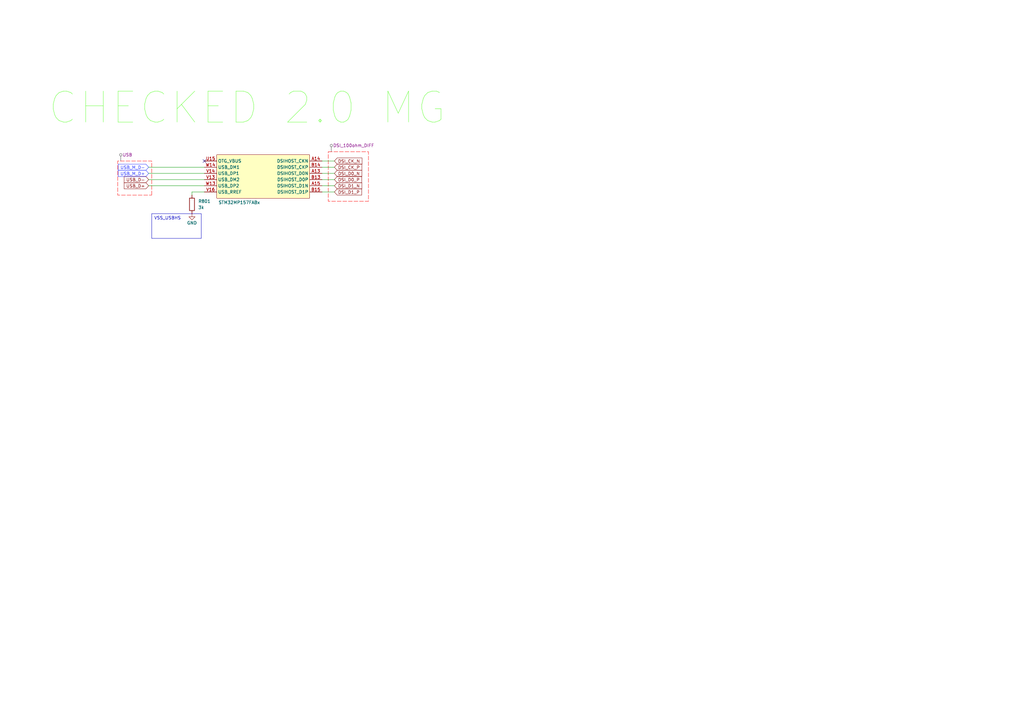
<source format=kicad_sch>
(kicad_sch (version 20250114) (generator "eeschema") (generator_version "9.0")
  (paper "A3")
  (title_block (title "DECKTRIX") (company "DECKTRIX-LAB") (comment 1 "Author: Mykola Grodskyi") (comment 2 "Copyright © 2025 Mykola Grodskyi.") (comment 3 "Licensed under CERN-OHL-S v2 (see LICENSE for details)") (comment 4 "PROVIDED \"AS IS\" WITHOUT WARRANTY OF ANY KIND") (comment 5 "Source: https://github.com/Decktrix-Lab/decktrix"))
  (lib_symbols
    (symbol "Device:R" (pin_numbers (hide yes)) (pin_names (offset 0))
      (property "Reference" "R" (at 2.032 0 90))
      (property "Value" "R" (at 0 0 90))
      (symbol "R_0_1"
        (rectangle (start -1.016 -2.54) (end 1.016 2.54) (stroke (width 0.254)))
      )
      (symbol "R_1_1"
        (pin passive line (at 0 3.81 270) (length 1.27) (name "~") (number "1"))
        (pin passive line (at 0 -3.81 90) (length 1.27) (name "~") (number "2"))
      )
    )
    (symbol "New_Library:STM32MP157FABx"
      (symbol "STM32MP157FABx_1_1"
        (rectangle (start -22.86 109.22) (end 49.53 -156.21) (fill (type background)))
        (pin power_in line (at -27.94 105.41 0) (length 5.08) (name "VBAT") (number "H3"))
        (pin power_in line (at -27.94 91.44 0) (length 5.08) (name "VDD") (number "K6"))
        (pin power_in line (at -27.94 88.9 0) (length 5.08) (name "VDD") (number "L5"))
        (pin power_in line (at -27.94 86.36 0) (length 5.08) (name "VDD") (number "L7"))
        (pin power_in line (at -27.94 83.82 0) (length 5.08) (name "VDD") (number "M6"))
        (pin power_in line (at -27.94 81.28 0) (length 5.08) (name "VDD") (number "M8"))
        (pin power_in line (at -27.94 78.74 0) (length 5.08) (name "VDD") (number "N5"))
        (pin power_in line (at -27.94 76.2 0) (length 5.08) (name "VDD") (number "N7"))
        (pin power_in line (at -27.94 73.66 0) (length 5.08) (name "VDD") (number "N9"))
        (pin power_in line (at -27.94 71.12 0) (length 5.08) (name "VDD") (number "P6"))
        (pin power_in line (at -27.94 68.58 0) (length 5.08) (name "VDD") (number "P8"))
        (pin power_in line (at -27.94 66.04 0) (length 5.08) (name "VDD") (number "P10"))
        (pin power_in line (at -27.94 63.5 0) (length 5.08) (name "VDD") (number "R7"))
        (pin power_in line (at -27.94 60.96 0) (length 5.08) (name "VDD") (number "R9"))
        (pin power_in line (at -27.94 58.42 0) (length 5.08) (name "VDD") (number "R11"))
        (pin power_in line (at -27.94 35.56 0) (length 5.08) (name "VDD1V2_DSI_PHY") (number "A16"))
        (pin power_in line (at -27.94 30.48 0) (length 5.08) (name "VDD1V2_DSI_REG") (number "B16"))
        (pin power_in line (at -27.94 25.4 0) (length 5.08) (name "VDD3V3_USBFS") (number "W15"))
        (pin power_in line (at -27.94 20.32 0) (length 5.08) (name "VDD3V3_USBHS") (number "W12"))
        (pin power_in line (at -27.94 15.24 0) (length 5.08) (name "VDDA") (number "M4"))
        (pin power_in line (at -27.94 10.16 0) (length 5.08) (name "VDDA1V1_REG") (number "W11"))
        (pin power_in line (at -27.94 5.08 0) (length 5.08) (name "VDDA1V8_DSI") (number "B12"))
        (pin power_in line (at -27.94 0 0) (length 5.08) (name "VDDA1V8_REG") (number "V11"))
        (pin power_in line (at -27.94 -6.35 0) (length 5.08) (name "VDDCORE") (number "E7"))
        (pin power_in line (at -27.94 -8.89 0) (length 5.08) (name "VDDCORE") (number "E9"))
        (pin power_in line (at -27.94 -11.43 0) (length 5.08) (name "VDDCORE") (number "E11"))
        (pin power_in line (at -27.94 -13.97 0) (length 5.08) (name "VDDCORE") (number "E13"))
        (pin power_in line (at -27.94 -16.51 0) (length 5.08) (name "VDDCORE") (number "F4"))
        (pin power_in line (at -27.94 -19.05 0) (length 5.08) (name "VDDCORE") (number "F6"))
        (pin power_in line (at -27.94 -21.59 0) (length 5.08) (name "VDDCORE") (number "F8"))
        (pin power_in line (at -27.94 -24.13 0) (length 5.08) (name "VDDCORE") (number "F10"))
        (pin power_in line (at -27.94 -26.67 0) (length 5.08) (name "VDDCORE") (number "F12"))
        (pin power_in line (at -27.94 -29.21 0) (length 5.08) (name "VDDCORE") (number "G5"))
        (pin power_in line (at -27.94 -31.75 0) (length 5.08) (name "VDDCORE") (number "G7"))
        (pin power_in line (at -27.94 -34.29 0) (length 5.08) (name "VDDCORE") (number "G9"))
        (pin power_in line (at -27.94 -36.83 0) (length 5.08) (name "VDDCORE") (number "G11"))
        (pin power_in line (at -27.94 -39.37 0) (length 5.08) (name "VDDCORE") (number "H4"))
        (pin power_in line (at -27.94 -41.91 0) (length 5.08) (name "VDDCORE") (number "H6"))
        (pin power_in line (at -27.94 -44.45 0) (length 5.08) (name "VDDCORE") (number "H8"))
        (pin power_in line (at -27.94 -46.99 0) (length 5.08) (name "VDDCORE") (number "H10"))
        (pin power_in line (at -27.94 -49.53 0) (length 5.08) (name "VDDCORE") (number "H12"))
        (pin power_in line (at -27.94 -52.07 0) (length 5.08) (name "VDDCORE") (number "J7"))
        (pin power_in line (at -27.94 -54.61 0) (length 5.08) (name "VDDCORE") (number "J9"))
        (pin power_in line (at -27.94 -57.15 0) (length 5.08) (name "VDDCORE") (number "J11"))
        (pin power_in line (at -27.94 -59.69 0) (length 5.08) (name "VDDCORE") (number "J13"))
        (pin power_in line (at -27.94 -62.23 0) (length 5.08) (name "VDDCORE") (number "K8"))
        (pin power_in line (at -27.94 -64.77 0) (length 5.08) (name "VDDCORE") (number "K10"))
        (pin power_in line (at -27.94 -67.31 0) (length 5.08) (name "VDDCORE") (number "K12"))
        (pin power_in line (at -27.94 -69.85 0) (length 5.08) (name "VDDCORE") (number "L9"))
        (pin power_in line (at -27.94 -72.39 0) (length 5.08) (name "VDDCORE") (number "L11"))
        (pin power_in line (at -27.94 -74.93 0) (length 5.08) (name "VDDCORE") (number "L13"))
        (pin power_in line (at -27.94 -77.47 0) (length 5.08) (name "VDDCORE") (number "M10"))
        (pin power_in line (at -27.94 -80.01 0) (length 5.08) (name "VDDCORE") (number "M12"))
        (pin power_in line (at -27.94 -82.55 0) (length 5.08) (name "VDDCORE") (number "N11"))
        (pin power_in line (at -27.94 -85.09 0) (length 5.08) (name "VDDCORE") (number "N13"))
        (pin power_in line (at -27.94 -87.63 0) (length 5.08) (name "VDDCORE") (number "P12"))
        (pin power_in line (at -27.94 -90.17 0) (length 5.08) (name "VDDCORE") (number "R13"))
        (pin power_in line (at -27.94 -97.79 0) (length 5.08) (name "VDDQ_DDR") (number "E15"))
        (pin power_in line (at -27.94 -100.33 0) (length 5.08) (name "VDDQ_DDR") (number "F14"))
        (pin power_in line (at -27.94 -102.87 0) (length 5.08) (name "VDDQ_DDR") (number "G15"))
        (pin power_in line (at -27.94 -105.41 0) (length 5.08) (name "VDDQ_DDR") (number "H14"))
        (pin power_in line (at -27.94 -107.95 0) (length 5.08) (name "VDDQ_DDR") (number "J15"))
        (pin power_in line (at -27.94 -110.49 0) (length 5.08) (name "VDDQ_DDR") (number "K14"))
        (pin power_in line (at -27.94 -113.03 0) (length 5.08) (name "VDDQ_DDR") (number "L15"))
        (pin power_in line (at -27.94 -115.57 0) (length 5.08) (name "VDDQ_DDR") (number "M14"))
        (pin power_in line (at -27.94 -118.11 0) (length 5.08) (name "VDDQ_DDR") (number "N15"))
        (pin power_in line (at -27.94 -120.65 0) (length 5.08) (name "VDDQ_DDR") (number "P14"))
        (pin power_in line (at -27.94 -123.19 0) (length 5.08) (name "VDDQ_DDR") (number "R15"))
        (pin power_in line (at -27.94 -127 0) (length 5.08) (name "VDD_ANA") (number "L3"))
        (pin power_in line (at -27.94 -130.81 0) (length 5.08) (name "VDD_DSI") (number "A12"))
        (pin power_in line (at -27.94 -134.62 0) (length 5.08) (name "VDD_PLL") (number "J5"))
        (pin power_in line (at -27.94 -137.16 0) (length 5.08) (name "VDD_PLL2") (number "G13"))
        (pin input line (at -27.94 -140.97 0) (length 5.08) (name "VREF+") (number "N3"))
        (pin input line (at -27.94 -144.78 0) (length 5.08) (name "VREF-") (number "M3"))
        (pin passive line (at 54.61 106.68 180) (length 5.08) (name "VSS") (number "N6"))
        (pin passive line (at 54.61 104.14 180) (length 5.08) (name "VSS") (number "N10"))
        (pin passive line (at 54.61 101.6 180) (length 5.08) (name "VSS") (number "U8"))
        (pin passive line (at 54.61 99.06 180) (length 5.08) (name "VSS") (number "U6"))
        (pin passive line (at 54.61 96.52 180) (length 5.08) (name "VSS") (number "W1"))
        (pin passive line (at 54.61 93.98 180) (length 5.08) (name "VSS") (number "U17"))
        (pin passive line (at 54.61 91.44 180) (length 5.08) (name "VSS") (number "T4"))
        (pin passive line (at 54.61 88.9 180) (length 5.08) (name "VSS") (number "R8"))
        (pin passive line (at 54.61 86.36 180) (length 5.08) (name "VSS") (number "R6"))
        (pin passive line (at 54.61 83.82 180) (length 5.08) (name "VSS") (number "R2"))
        (pin passive line (at 54.61 81.28 180) (length 5.08) (name "VSS") (number "R16"))
        (pin passive line (at 54.61 78.74 180) (length 5.08) (name "VSS") (number "R14"))
        (pin passive line (at 54.61 76.2 180) (length 5.08) (name "VSS") (number "R12"))
        (pin passive line (at 54.61 73.66 180) (length 5.08) (name "VSS") (number "U3"))
        (pin passive line (at 54.61 71.12 180) (length 5.08) (name "VSS") (number "P9"))
        (pin passive line (at 54.61 68.58 180) (length 5.08) (name "VSS") (number "P7"))
        (pin passive line (at 54.61 66.04 180) (length 5.08) (name "VSS") (number "R10"))
        (pin passive line (at 54.61 63.5 180) (length 5.08) (name "VSS") (number "P13"))
        (pin passive line (at 54.61 60.96 180) (length 5.08) (name "VSS") (number "P11"))
        (pin passive line (at 54.61 58.42 180) (length 5.08) (name "VSS") (number "P15"))
        (pin passive line (at 54.61 55.88 180) (length 5.08) (name "VSS") (number "N8"))
        (pin passive line (at 54.61 53.34 180) (length 5.08) (name "VSS") (number "N14"))
        (pin passive line (at 54.61 50.8 180) (length 5.08) (name "VSS") (number "N12"))
        (pin passive line (at 54.61 48.26 180) (length 5.08) (name "VSS") (number "M9"))
        (pin passive line (at 54.61 45.72 180) (length 5.08) (name "VSS") (number "W19"))
        (pin passive line (at 54.61 43.18 180) (length 5.08) (name "VSS") (number "M7"))
        (pin passive line (at 54.61 40.64 180) (length 5.08) (name "VSS") (number "M5"))
        (pin passive line (at 54.61 38.1 180) (length 5.08) (name "VSS") (number "M15"))
        (pin passive line (at 54.61 35.56 180) (length 5.08) (name "VSS") (number "M13"))
        (pin passive line (at 54.61 33.02 180) (length 5.08) (name "VSS") (number "M11"))
        (pin passive line (at 54.61 30.48 180) (length 5.08) (name "VSS") (number "L8"))
        (pin passive line (at 54.61 27.94 180) (length 5.08) (name "VSS") (number "L6"))
        (pin passive line (at 54.61 25.4 180) (length 5.08) (name "VSS") (number "L14"))
        (pin passive line (at 54.61 22.86 180) (length 5.08) (name "VSS") (number "L12"))
        (pin passive line (at 54.61 20.32 180) (length 5.08) (name "VSS") (number "L10"))
        (pin passive line (at 54.61 17.78 180) (length 5.08) (name "VSS") (number "K9"))
        (pin passive line (at 54.61 15.24 180) (length 5.08) (name "VSS") (number "K7"))
        (pin passive line (at 54.61 12.7 180) (length 5.08) (name "VSS") (number "K5"))
        (pin passive line (at 54.61 10.16 180) (length 5.08) (name "VSS") (number "K2"))
        (pin passive line (at 54.61 7.62 180) (length 5.08) (name "VSS") (number "K15"))
        (pin passive line (at 54.61 5.08 180) (length 5.08) (name "VSS") (number "K13"))
        (pin passive line (at 54.61 2.54 180) (length 5.08) (name "VSS") (number "K11"))
        (pin passive line (at 54.61 0 180) (length 5.08) (name "VSS") (number "J8"))
        (pin passive line (at 54.61 -2.54 180) (length 5.08) (name "VSS") (number "J6"))
        (pin passive line (at 54.61 -5.08 180) (length 5.08) (name "VSS") (number "J3"))
        (pin passive line (at 54.61 -7.62 180) (length 5.08) (name "VSS") (number "J14"))
        (pin passive line (at 54.61 -10.16 180) (length 5.08) (name "VSS") (number "J12"))
        (pin passive line (at 54.61 -12.7 180) (length 5.08) (name "VSS") (number "J10"))
        (pin passive line (at 54.61 -15.24 180) (length 5.08) (name "VSS") (number "H9"))
        (pin passive line (at 54.61 -17.78 180) (length 5.08) (name "VSS") (number "H7"))
        (pin passive line (at 54.61 -20.32 180) (length 5.08) (name "VSS") (number "H5"))
        (pin passive line (at 54.61 -22.86 180) (length 5.08) (name "VSS") (number "H15"))
        (pin passive line (at 54.61 -25.4 180) (length 5.08) (name "VSS") (number "H13"))
        (pin passive line (at 54.61 -27.94 180) (length 5.08) (name "VSS") (number "H11"))
        (pin passive line (at 54.61 -30.48 180) (length 5.08) (name "VSS") (number "G8"))
        (pin passive line (at 54.61 -33.02 180) (length 5.08) (name "VSS") (number "G6"))
        (pin passive line (at 54.61 -35.56 180) (length 5.08) (name "VSS") (number "G4"))
        (pin passive line (at 54.61 -38.1 180) (length 5.08) (name "VSS") (number "G2"))
        (pin passive line (at 54.61 -40.64 180) (length 5.08) (name "VSS") (number "G14"))
        (pin passive line (at 54.61 -43.18 180) (length 5.08) (name "VSS") (number "G12"))
        (pin passive line (at 54.61 -45.72 180) (length 5.08) (name "VSS") (number "G10"))
        (pin passive line (at 54.61 -48.26 180) (length 5.08) (name "VSS") (number "F9"))
        (pin passive line (at 54.61 -50.8 180) (length 5.08) (name "VSS") (number "F7"))
        (pin passive line (at 54.61 -53.34 180) (length 5.08) (name "VSS") (number "F5"))
        (pin passive line (at 54.61 -55.88 180) (length 5.08) (name "VSS") (number "F15"))
        (pin passive line (at 54.61 -58.42 180) (length 5.08) (name "VSS") (number "F11"))
        (pin passive line (at 54.61 -60.96 180) (length 5.08) (name "VSS") (number "E8"))
        (pin passive line (at 54.61 -63.5 180) (length 5.08) (name "VSS") (number "E6"))
        (pin passive line (at 54.61 -66.04 180) (length 5.08) (name "VSS") (number "E5"))
        (pin passive line (at 54.61 -68.58 180) (length 5.08) (name "VSS") (number "E4"))
        (pin passive line (at 54.61 -71.12 180) (length 5.08) (name "VSS") (number "E2"))
        (pin passive line (at 54.61 -73.66 180) (length 5.08) (name "VSS") (number "E16"))
        (pin passive line (at 54.61 -76.2 180) (length 5.08) (name "VSS") (number "E14"))
        (pin passive line (at 54.61 -78.74 180) (length 5.08) (name "VSS") (number "E12"))
        (pin passive line (at 54.61 -81.28 180) (length 5.08) (name "VSS") (number "E10"))
        (pin passive line (at 54.61 -83.82 180) (length 5.08) (name "VSS") (number "D8"))
        (pin passive line (at 54.61 -86.36 180) (length 5.08) (name "VSS") (number "D5"))
        (pin passive line (at 54.61 -88.9 180) (length 5.08) (name "VSS") (number "D4"))
        (pin passive line (at 54.61 -91.44 180) (length 5.08) (name "VSS") (number "D1"))
        (pin passive line (at 54.61 -93.98 180) (length 5.08) (name "VSS") (number "C3"))
        (pin passive line (at 54.61 -96.52 180) (length 5.08) (name "VSS") (number "C17"))
        (pin passive line (at 54.61 -99.06 180) (length 5.08) (name "VSS") (number "A19"))
        (pin passive line (at 54.61 -101.6 180) (length 5.08) (name "VSS") (number "B2"))
        (pin passive line (at 54.61 -104.14 180) (length 5.08) (name "VSS") (number "B6"))
        (pin power_in line (at 54.61 -106.68 180) (length 5.08) (name "VSS") (number "A1"))
        (pin power_in line (at 54.61 -110.49 180) (length 5.08) (name "VSSA") (number "N4"))
        (pin passive line (at 54.61 -113.03 180) (length 5.08) (name "VSSA") (number "P5"))
        (pin passive line (at 54.61 -115.57 180) (length 5.08) (name "VSSA") (number "R5"))
        (pin power_in line (at 54.61 -119.38 180) (length 5.08) (name "VSS_ANA") (number "L4"))
        (pin passive line (at 54.61 -124.46 180) (length 5.08) (name "VSS_DSI") (number "C16"))
        (pin passive line (at 54.61 -127 180) (length 5.08) (name "VSS_DSI") (number "C15"))
        (pin passive line (at 54.61 -129.54 180) (length 5.08) (name "VSS_DSI") (number "C13"))
        (pin passive line (at 54.61 -132.08 180) (length 5.08) (name "VSS_DSI") (number "C14"))
        (pin power_in line (at 54.61 -134.62 180) (length 5.08) (name "VSS_DSI") (number "C12"))
        (pin power_in line (at 54.61 -138.43 180) (length 5.08) (name "VSS_PLL") (number "J4"))
        (pin power_in line (at 54.61 -140.97 180) (length 5.08) (name "VSS_PLL2") (number "F13"))
        (pin passive line (at 54.61 -144.78 180) (length 5.08) (name "VSS_USBHS") (number "V15"))
        (pin passive line (at 54.61 -147.32 180) (length 5.08) (name "VSS_USBHS") (number "U14"))
        (pin passive line (at 54.61 -149.86 180) (length 5.08) (name "VSS_USBHS") (number "V12"))
        (pin power_in line (at 54.61 -152.4 180) (length 5.08) (name "VSS_USBHS") (number "U13"))
      )
      (symbol "STM32MP157FABx_2_1"
        (rectangle (start -8.89 46.99) (end 63.5 -52.07) (fill (type background)))
        (pin bidirectional line (at -13.97 39.37 0) (length 5.08) (name "DDR_BA0") (number "G19"))
        (pin bidirectional line (at -13.97 36.83 0) (length 5.08) (name "DDR_BA1") (number "N17"))
        (pin bidirectional line (at -13.97 34.29 0) (length 5.08) (name "DDR_BA2") (number "J16"))
        (pin bidirectional line (at -13.97 30.48 0) (length 5.08) (name "DDR_DQM0") (number "C18"))
        (pin bidirectional line (at -13.97 27.94 0) (length 5.08) (name "DDR_DQM1") (number "U18"))
        (pin bidirectional line (at -13.97 19.05 0) (length 5.08) (name "DDR_DQS0N") (number "B19"))
        (pin bidirectional line (at -13.97 16.51 0) (length 5.08) (name "DDR_DQS0P") (number "C19"))
        (pin bidirectional line (at -13.97 13.97 0) (length 5.08) (name "DDR_DQS1N") (number "T19"))
        (pin bidirectional line (at -13.97 11.43 0) (length 5.08) (name "DDR_DQS1P") (number "U19"))
        (pin bidirectional line (at -13.97 5.08 0) (length 5.08) (name "DDR_DQ0") (number "A17"))
        (pin bidirectional line (at -13.97 2.54 0) (length 5.08) (name "DDR_DQ1") (number "A18"))
        (pin bidirectional line (at -13.97 0 0) (length 5.08) (name "DDR_DQ2") (number "D18"))
        (pin bidirectional line (at -13.97 -2.54 0) (length 5.08) (name "DDR_DQ3") (number "B17"))
        (pin bidirectional line (at -13.97 -5.08 0) (length 5.08) (name "DDR_DQ4") (number "E18"))
        (pin bidirectional line (at -13.97 -7.62 0) (length 5.08) (name "DDR_DQ5") (number "D17"))
        (pin bidirectional line (at -13.97 -10.16 0) (length 5.08) (name "DDR_DQ6") (number "D19"))
        (pin bidirectional line (at -13.97 -12.7 0) (length 5.08) (name "DDR_DQ7") (number "B18"))
        (pin bidirectional line (at -13.97 -15.24 0) (length 5.08) (name "DDR_DQ8") (number "P18"))
        (pin bidirectional line (at -13.97 -17.78 0) (length 5.08) (name "DDR_DQ9") (number "T17"))
        (pin bidirectional line (at -13.97 -20.32 0) (length 5.08) (name "DDR_DQ10") (number "R18"))
        (pin bidirectional line (at -13.97 -22.86 0) (length 5.08) (name "DDR_DQ11") (number "V19"))
        (pin bidirectional line (at -13.97 -25.4 0) (length 5.08) (name "DDR_DQ12") (number "W18"))
        (pin bidirectional line (at -13.97 -27.94 0) (length 5.08) (name "DDR_DQ13") (number "T18"))
        (pin bidirectional line (at -13.97 -30.48 0) (length 5.08) (name "DDR_DQ14") (number "V18"))
        (pin bidirectional line (at -13.97 -33.02 0) (length 5.08) (name "DDR_DQ15") (number "W17"))
        (pin bidirectional line (at 68.58 39.37 180) (length 5.08) (name "DDR_CLKP") (number "L19"))
        (pin bidirectional line (at 68.58 36.83 180) (length 5.08) (name "DDR_CLKN") (number "K19"))
        (pin bidirectional line (at 68.58 30.48 180) (length 5.08) (name "DDR_A0") (number "H18"))
        (pin bidirectional line (at 68.58 27.94 180) (length 5.08) (name "DDR_A1") (number "M17"))
        (pin bidirectional line (at 68.58 25.4 180) (length 5.08) (name "DDR_A2") (number "G18"))
        (pin bidirectional line (at 68.58 22.86 180) (length 5.08) (name "DDR_A3") (number "F19"))
        (pin bidirectional line (at 68.58 20.32 180) (length 5.08) (name "DDR_A4") (number "P17"))
        (pin bidirectional line (at 68.58 17.78 180) (length 5.08) (name "DDR_A5") (number "H17"))
        (pin bidirectional line (at 68.58 15.24 180) (length 5.08) (name "DDR_A6") (number "N16"))
        (pin bidirectional line (at 68.58 12.7 180) (length 5.08) (name "DDR_A7") (number "E17"))
        (pin bidirectional line (at 68.58 10.16 180) (length 5.08) (name "DDR_A8") (number "R17"))
        (pin bidirectional line (at 68.58 7.62 180) (length 5.08) (name "DDR_A9") (number "G17"))
        (pin bidirectional line (at 68.58 5.08 180) (length 5.08) (name "DDR_A10") (number "M19"))
        (pin bidirectional line (at 68.58 2.54 180) (length 5.08) (name "DDR_A11") (number "M18"))
        (pin bidirectional line (at 68.58 0 180) (length 5.08) (name "DDR_A12") (number "L17"))
        (pin bidirectional line (at 68.58 -2.54 180) (length 5.08) (name "DDR_A13") (number "F17"))
        (pin bidirectional line (at 68.58 -5.08 180) (length 5.08) (name "DDR_A14") (number "N18"))
        (pin bidirectional line (at 68.58 -7.62 180) (length 5.08) (name "DDR_A15") (number "L16"))
        (pin bidirectional line (at 68.58 -12.7 180) (length 5.08) (name "DDR_RASN") (number "L18"))
        (pin bidirectional line (at 68.58 -15.24 180) (length 5.08) (name "DDR_CASN") (number "K17"))
        (pin bidirectional line (at 68.58 -17.78 180) (length 5.08) (name "DDR_CSN") (number "J18"))
        (pin bidirectional line (at 68.58 -20.32 180) (length 5.08) (name "DDR_CKE") (number "P19"))
        (pin bidirectional line (at 68.58 -22.86 180) (length 5.08) (name "DDR_WEN") (number "J17"))
        (pin bidirectional line (at 68.58 -25.4 180) (length 5.08) (name "DDR_ODT") (number "H19"))
        (pin bidirectional line (at 68.58 -31.75 180) (length 5.08) (name "DDR_RESETN") (number "G16"))
        (pin bidirectional line (at 68.58 -35.56 180) (length 5.08) (name "DDR_VREF") (number "W16"))
        (pin bidirectional line (at 68.58 -39.37 180) (length 5.08) (name "DDR_ZQ") (number "F18"))
        (pin bidirectional line (at 68.58 -43.18 180) (length 5.08) (name "DDR_ATO") (number "N19"))
        (pin bidirectional line (at 68.58 -45.72 180) (length 5.08) (name "DDR_DTO1") (number "J19"))
        (pin bidirectional line (at 68.58 -48.26 180) (length 5.08) (name "DDR_DTO0") (number "K18"))
      )
      (symbol "STM32MP157FABx_3_1"
        (rectangle (start -12.7 43.18) (end 34.29 -46.99) (fill (type background)))
        (pin bidirectional line (at -17.78 39.37 0) (length 5.08) (name "PA0") (number "R3"))
        (pin bidirectional line (at -17.78 36.83 0) (length 5.08) (name "PA1") (number "U4"))
        (pin bidirectional line (at -17.78 34.29 0) (length 5.08) (name "PA2") (number "W2"))
        (pin bidirectional line (at -17.78 31.75 0) (length 5.08) (name "PA3") (number "P3"))
        (pin bidirectional line (at -17.78 29.21 0) (length 5.08) (name "PA4") (number "R4"))
        (pin bidirectional line (at -17.78 26.67 0) (length 5.08) (name "PA5") (number "P4"))
        (pin bidirectional line (at -17.78 24.13 0) (length 5.08) (name "PA6") (number "T5"))
        (pin bidirectional line (at -17.78 21.59 0) (length 5.08) (name "PA7") (number "T6"))
        (pin bidirectional line (at -17.78 19.05 0) (length 5.08) (name "PA8") (number "B8"))
        (pin bidirectional line (at -17.78 16.51 0) (length 5.08) (name "PA9") (number "C8"))
        (pin bidirectional line (at -17.78 13.97 0) (length 5.08) (name "PA10") (number "T16"))
        (pin bidirectional line (at -17.78 11.43 0) (length 5.08) (name "PA11") (number "V17"))
        (pin bidirectional line (at -17.78 8.89 0) (length 5.08) (name "PA12") (number "U16"))
        (pin bidirectional line (at -17.78 6.35 0) (length 5.08) (name "PA13") (number "P2"))
        (pin bidirectional line (at -17.78 3.81 0) (length 5.08) (name "PA14") (number "R1"))
        (pin bidirectional line (at -17.78 1.27 0) (length 5.08) (name "PA15") (number "C7"))
        (pin bidirectional line (at -17.78 -3.81 0) (length 5.08) (name "PB0") (number "W3"))
        (pin bidirectional line (at -17.78 -6.35 0) (length 5.08) (name "PB1") (number "V3"))
        (pin bidirectional line (at -17.78 -8.89 0) (length 5.08) (name "PB2") (number "T13"))
        (pin bidirectional line (at -17.78 -11.43 0) (length 5.08) (name "PB3") (number "A7"))
        (pin bidirectional line (at -17.78 -13.97 0) (length 5.08) (name "PB4") (number "B9"))
        (pin bidirectional line (at -17.78 -16.51 0) (length 5.08) (name "PB5") (number "T8"))
        (pin bidirectional line (at -17.78 -19.05 0) (length 5.08) (name "PB6") (number "T12"))
        (pin bidirectional line (at -17.78 -21.59 0) (length 5.08) (name "PB7") (number "B5"))
        (pin bidirectional line (at -17.78 -24.13 0) (length 5.08) (name "PB8") (number "W6"))
        (pin bidirectional line (at -17.78 -26.67 0) (length 5.08) (name "PB9") (number "D9"))
        (pin bidirectional line (at -17.78 -29.21 0) (length 5.08) (name "PB10") (number "W5"))
        (pin bidirectional line (at -17.78 -31.75 0) (length 5.08) (name "PB11") (number "V1"))
        (pin bidirectional line (at -17.78 -34.29 0) (length 5.08) (name "PB12") (number "V5"))
        (pin bidirectional line (at -17.78 -36.83 0) (length 5.08) (name "PB13") (number "T9"))
        (pin bidirectional line (at -17.78 -39.37 0) (length 5.08) (name "PB14") (number "C9"))
        (pin bidirectional line (at -17.78 -41.91 0) (length 5.08) (name "PB15") (number "A8"))
        (pin bidirectional line (at 39.37 39.37 180) (length 5.08) (name "PC0") (number "T7"))
        (pin bidirectional line (at 39.37 36.83 180) (length 5.08) (name "PC1") (number "V2"))
        (pin bidirectional line (at 39.37 34.29 180) (length 5.08) (name "PC2") (number "T2"))
        (pin bidirectional line (at 39.37 31.75 180) (length 5.08) (name "PC3") (number "T3"))
        (pin bidirectional line (at 39.37 29.21 180) (length 5.08) (name "PC4") (number "W4"))
        (pin bidirectional line (at 39.37 26.67 180) (length 5.08) (name "PC5") (number "V4"))
        (pin bidirectional line (at 39.37 24.13 180) (length 5.08) (name "PC6") (number "D10"))
        (pin bidirectional line (at 39.37 21.59 180) (length 5.08) (name "PC7") (number "A9"))
        (pin bidirectional line (at 39.37 19.05 180) (length 5.08) (name "PC8") (number "C11"))
        (pin bidirectional line (at 39.37 16.51 180) (length 5.08) (name "PC9") (number "A10"))
        (pin bidirectional line (at 39.37 13.97 180) (length 5.08) (name "PC10") (number "D11"))
        (pin bidirectional line (at 39.37 11.43 180) (length 5.08) (name "PC11") (number "A11"))
        (pin bidirectional line (at 39.37 8.89 180) (length 5.08) (name "PC12") (number "C10"))
        (pin bidirectional line (at 39.37 6.35 180) (length 5.08) (name "PC13") (number "K3"))
        (pin bidirectional line (at 39.37 3.81 180) (length 5.08) (name "PC14") (number "H1"))
        (pin bidirectional line (at 39.37 1.27 180) (length 5.08) (name "PC15") (number "H2"))
        (pin bidirectional line (at 39.37 -3.81 180) (length 5.08) (name "PD0") (number "A3"))
        (pin bidirectional line (at 39.37 -6.35 180) (length 5.08) (name "PD1") (number "A4"))
        (pin bidirectional line (at 39.37 -8.89 180) (length 5.08) (name "PD2") (number "B10"))
        (pin bidirectional line (at 39.37 -11.43 180) (length 5.08) (name "PD3") (number "C6"))
        (pin bidirectional line (at 39.37 -13.97 180) (length 5.08) (name "PD4") (number "D6"))
        (pin bidirectional line (at 39.37 -16.51 180) (length 5.08) (name "PD5") (number "D7"))
        (pin bidirectional line (at 39.37 -19.05 180) (length 5.08) (name "PD6") (number "E3"))
        (pin bidirectional line (at 39.37 -21.59 180) (length 5.08) (name "PD7") (number "B4"))
        (pin bidirectional line (at 39.37 -24.13 180) (length 5.08) (name "PD8") (number "F2"))
        (pin bidirectional line (at 39.37 -26.67 180) (length 5.08) (name "PD9") (number "G3"))
        (pin bidirectional line (at 39.37 -29.21 180) (length 5.08) (name "PD10") (number "C5"))
        (pin bidirectional line (at 39.37 -31.75 180) (length 5.08) (name "PD11") (number "V8"))
        (pin bidirectional line (at 39.37 -34.29 180) (length 5.08) (name "PD12") (number "U11"))
        (pin bidirectional line (at 39.37 -36.83 180) (length 5.08) (name "PD13") (number "U12"))
        (pin bidirectional line (at 39.37 -39.37 180) (length 5.08) (name "PD14") (number "F3"))
        (pin bidirectional line (at 39.37 -41.91 180) (length 5.08) (name "PD15") (number "G1"))
      )
      (symbol "STM32MP157FABx_4_1"
        (rectangle (start 10.16 44.45) (end 44.45 -1.27) (fill (type background)))
        (pin bidirectional line (at 5.08 41.91 0) (length 5.08) (name "PE0") (number "C4"))
        (pin bidirectional line (at 5.08 39.37 0) (length 5.08) (name "PE1") (number "B1"))
        (pin bidirectional line (at 5.08 36.83 0) (length 5.08) (name "PE2") (number "T1"))
        (pin bidirectional line (at 5.08 34.29 0) (length 5.08) (name "PE3") (number "A5"))
        (pin bidirectional line (at 5.08 31.75 0) (length 5.08) (name "PE4") (number "B11"))
        (pin bidirectional line (at 5.08 29.21 0) (length 5.08) (name "PE5") (number "B7"))
        (pin bidirectional line (at 5.08 26.67 0) (length 5.08) (name "PE6") (number "B3"))
        (pin bidirectional line (at 5.08 24.13 0) (length 5.08) (name "PE7") (number "T10"))
        (pin bidirectional line (at 5.08 21.59 0) (length 5.08) (name "PE8") (number "T11"))
        (pin bidirectional line (at 5.08 19.05 0) (length 5.08) (name "PE9") (number "W7"))
        (pin bidirectional line (at 5.08 16.51 0) (length 5.08) (name "PE10") (number "V10"))
        (pin bidirectional line (at 5.08 13.97 0) (length 5.08) (name "PE11") (number "C1"))
        (pin bidirectional line (at 5.08 11.43 0) (length 5.08) (name "PE12") (number "D2"))
        (pin bidirectional line (at 5.08 8.89 0) (length 5.08) (name "PE13") (number "C2"))
        (pin bidirectional line (at 5.08 6.35 0) (length 5.08) (name "PE14") (number "D3"))
        (pin bidirectional line (at 5.08 3.81 0) (length 5.08) (name "PE15") (number "E1"))
        (pin bidirectional line (at 49.53 41.91 180) (length 5.08) (name "PF6") (number "V9"))
        (pin bidirectional line (at 49.53 39.37 180) (length 5.08) (name "PF7") (number "W8"))
        (pin bidirectional line (at 49.53 36.83 180) (length 5.08) (name "PF8") (number "U10"))
        (pin bidirectional line (at 49.53 34.29 180) (length 5.08) (name "PF9") (number "W9"))
        (pin bidirectional line (at 49.53 31.75 180) (length 5.08) (name "PF10") (number "U9"))
        (pin bidirectional line (at 49.53 29.21 180) (length 5.08) (name "PF11") (number "U5"))
        (pin bidirectional line (at 49.53 24.13 180) (length 5.08) (name "PG6") (number "A6"))
        (pin bidirectional line (at 49.53 21.59 180) (length 5.08) (name "PG7") (number "W10"))
        (pin bidirectional line (at 49.53 19.05 180) (length 5.08) (name "PG8") (number "U7"))
        (pin bidirectional line (at 49.53 16.51 180) (length 5.08) (name "PG9") (number "T14"))
        (pin bidirectional line (at 49.53 13.97 180) (length 5.08) (name "PG10") (number "V7"))
        (pin bidirectional line (at 49.53 11.43 180) (length 5.08) (name "PG11") (number "V6"))
        (pin bidirectional line (at 49.53 8.89 180) (length 5.08) (name "PG12") (number "F1"))
        (pin bidirectional line (at 49.53 6.35 180) (length 5.08) (name "PG13") (number "U2"))
        (pin bidirectional line (at 49.53 3.81 180) (length 5.08) (name "PG14") (number "U1"))
        (pin bidirectional line (at 49.53 1.27 180) (length 5.08) (name "PG15") (number "A2"))
      )
      (symbol "STM32MP157FABx_5_1"
        (rectangle (start -16.51 11.43) (end 12.7 -24.13) (fill (type background)))
        (pin input line (at -21.59 7.62 0) (length 5.08) (name "BOOT0") (number "K1"))
        (pin input line (at -21.59 5.08 0) (length 5.08) (name "BOOT1") (number "K4"))
        (pin input line (at -21.59 2.54 0) (length 5.08) (name "BOOT2") (number "L2"))
        (pin output line (at -21.59 -1.27 0) (length 5.08) (name "PWR_LP") (number "P1"))
        (pin output line (at -21.59 -3.81 0) (length 5.08) (name "PWR_ON") (number "L1"))
        (pin input line (at -21.59 -8.89 0) (length 5.08) (name "NRST") (number "J1"))
        (pin input line (at -21.59 -11.43 0) (length 5.08) (name "NRST_CORE") (number "J2"))
        (pin bidirectional line (at -21.59 -15.24 0) (length 5.08) (name "BYPASS_REG1V8") (number "T15"))
        (pin bidirectional line (at -21.59 -17.78 0) (length 5.08) (name "PDR_ON") (number "N2"))
        (pin bidirectional line (at -21.59 -20.32 0) (length 5.08) (name "PDR_ON_CORE") (number "N1"))
        (pin bidirectional line (at 17.78 7.62 180) (length 5.08) (name "PH0") (number "M1"))
        (pin bidirectional line (at 17.78 5.08 180) (length 5.08) (name "PH1") (number "M2"))
        (pin bidirectional line (at 17.78 -1.27 180) (length 5.08) (name "NJTRST") (number "D12"))
        (pin bidirectional line (at 17.78 -3.81 180) (length 5.08) (name "JTMS") (number "D15"))
        (pin bidirectional line (at 17.78 -6.35 180) (length 5.08) (name "JTDO") (number "D14"))
        (pin bidirectional line (at 17.78 -8.89 180) (length 5.08) (name "JTDI") (number "D13"))
        (pin bidirectional line (at 17.78 -11.43 180) (length 5.08) (name "JTCK") (number "D16"))
      )
      (symbol "STM32MP157FABx_6_1"
        (rectangle (start 1.27 19.05) (end 39.37 1.27) (fill (type background)))
        (pin bidirectional line (at -3.81 16.51 0) (length 5.08) (name "OTG_VBUS") (number "U15"))
        (pin bidirectional line (at -3.81 13.97 0) (length 5.08) (name "USB_DM1") (number "W14"))
        (pin bidirectional line (at -3.81 11.43 0) (length 5.08) (name "USB_DP1") (number "V14"))
        (pin bidirectional line (at -3.81 8.89 0) (length 5.08) (name "USB_DM2") (number "V13"))
        (pin bidirectional line (at -3.81 6.35 0) (length 5.08) (name "USB_DP2") (number "W13"))
        (pin bidirectional line (at -3.81 3.81 0) (length 5.08) (name "USB_RREF") (number "V16"))
        (pin bidirectional line (at 44.45 16.51 180) (length 5.08) (name "DSIHOST_CKN") (number "A14"))
        (pin bidirectional line (at 44.45 13.97 180) (length 5.08) (name "DSIHOST_CKP") (number "B14"))
        (pin bidirectional line (at 44.45 11.43 180) (length 5.08) (name "DSIHOST_D0N") (number "A13"))
        (pin bidirectional line (at 44.45 8.89 180) (length 5.08) (name "DSIHOST_D0P") (number "B13"))
        (pin bidirectional line (at 44.45 6.35 180) (length 5.08) (name "DSIHOST_D1N") (number "A15"))
        (pin bidirectional line (at 44.45 3.81 180) (length 5.08) (name "DSIHOST_D1P") (number "B15"))
      )
    )
    (symbol "power:GND" (power) (pin_numbers (hide yes)) (pin_names (offset 0) (hide yes))
      (property "Value" "GND" (at 0 -3.81 0))
      (symbol "GND_0_1"
        (polyline (pts (xy 0 0) (xy 0 -1.27) (xy 1.27 -1.27) (xy 0 -2.54) (xy -1.27 -1.27) (xy 0 -1.27)))
      )
      (symbol "GND_1_1"
        (pin power_in line (at 0 0 270) (length 0) (name "~") (number "1"))
      )
    )
  )
  (text "CHECKED 2.0 MG\n" (at 101.346 44.45 0) (effects (font (size 12.7 12.7))))
  (text_box "VSS_USBHS\n" (at 62.23 87.63 0) (size 20.32 10.16) (margins 0.9525 0.9525 0.9525 0.9525) (effects (font (size 1.27 1.27)) (justify left top)))
  (no_connect (at 83.82 66.04))
  (wire (pts (xy 137.16 66.04) (xy 132.08 66.04)))
  (wire (pts (xy 137.16 73.66) (xy 132.08 73.66)))
  (wire (pts (xy 83.82 78.74) (xy 78.74 78.74)))
  (wire (pts (xy 60.96 68.58) (xy 83.82 68.58)))
  (wire (pts (xy 137.16 78.74) (xy 132.08 78.74)))
  (wire (pts (xy 60.96 73.66) (xy 83.82 73.66)))
  (wire (pts (xy 78.74 78.74) (xy 78.74 80.01)))
  (wire (pts (xy 137.16 68.58) (xy 132.08 68.58)))
  (wire (pts (xy 137.16 71.12) (xy 132.08 71.12)))
  (wire (pts (xy 60.96 71.12) (xy 83.82 71.12)))
  (wire (pts (xy 137.16 76.2) (xy 132.08 76.2)))
  (wire (pts (xy 60.96 76.2) (xy 83.82 76.2)))
  (global_label "DSI_CK_N" (shape input) (at 137.16 66.04 0) (property "Intersheetrefs" "${INTERSHEET_REFS}" (effects (hide yes))))
  (global_label "DSI_CK_P" (shape input) (at 137.16 68.58 0) (property "Intersheetrefs" "${INTERSHEET_REFS}" (effects (hide yes))))
  (global_label "USB_M_D+" (shape input) (at 60.96 71.12 180) (property "Intersheetrefs" "${INTERSHEET_REFS}" (effects (hide yes))))
  (global_label "DSI_D0_P" (shape input) (at 137.16 73.66 0) (property "Intersheetrefs" "${INTERSHEET_REFS}" (effects (hide yes))))
  (global_label "USB_D+" (shape input) (at 60.96 76.2 180) (property "Intersheetrefs" "${INTERSHEET_REFS}" (effects (hide yes))))
  (global_label "DSI_D0_N" (shape input) (at 137.16 71.12 0) (property "Intersheetrefs" "${INTERSHEET_REFS}" (effects (hide yes))))
  (global_label "DSI_D1_P" (shape input) (at 137.16 78.74 0) (property "Intersheetrefs" "${INTERSHEET_REFS}" (effects (hide yes))))
  (global_label "USB_D-" (shape input) (at 60.96 73.66 180) (property "Intersheetrefs" "${INTERSHEET_REFS}" (effects (hide yes))))
  (global_label "USB_M_D-" (shape input) (at 60.96 68.58 180) (property "Intersheetrefs" "${INTERSHEET_REFS}" (effects (hide yes))))
  (global_label "DSI_D1_N" (shape input) (at 137.16 76.2 0) (property "Intersheetrefs" "${INTERSHEET_REFS}" (effects (hide yes))))
  (rule_area (polyline (pts (xy 134.62 62.23) (xy 151.13 62.23) (xy 151.13 82.55) (xy 134.62 82.55)) (stroke (width 0) (type dash))))
  (rule_area (polyline (pts (xy 62.23 80.01) (xy 62.23 66.04) (xy 48.26 66.04) (xy 48.26 80.01)) (stroke (width 0) (type dash))))
  (netclass_flag "" (length 2.54) (shape round) (at 49.53 66.04 0) (property "Netclass" "USB" (at 50.2285 63.5 0) (effects (justify left))))
  (netclass_flag "" (length 2.54) (shape round) (at 135.89 62.23 0) (property "Netclass" "DSI_100ohm_DIFF" (at 136.5885 59.69 0) (effects (justify left))))
  (symbol (lib_id "power:GND") (at 78.74 87.63 0) (unit 1)
    (property "Reference" "#PWR0801" (effects (hide yes)))
    (property "Value" "GND" (at 78.74 91.44 0))
    (property "Description" "Power symbol creates a global label with name \"GND\" , ground" (effects (hide yes)))
  )
  (symbol (lib_id "Device:R") (at 78.74 83.82 180) (unit 1)
    (property "Reference" "R801" (at 81.28 82.5499 0) (effects (justify right)))
    (property "Value" "3k" (at 81.28 85.0899 0) (effects (justify right)))
    (property "Footprint" "Resistor_SMD:R_0402_1005Metric" (effects (hide yes)))
    (property "Description" "Resistor" (effects (hide yes)))
    (property "LCSC Part #" "C25784" (effects (hide yes)))
  )
  (symbol (lib_id "New_Library:STM32MP157FABx") (at 87.63 82.55 0) (unit 6)
    (property "Reference" "U4" (at -68.58 240.03 0) (effects (justify left)))
    (property "Value" "STM32MP157FABx" (at 106.68 83.058 0) (effects (justify right)))
    (property "Footprint" "lib:ST_LFBGA-354_16x16mm_Layout19x19_P0.8mm" (effects (hide yes)))
    (property "Datasheet" "https://www.st.com/resource/en/datasheet/stm32mp157f.pdf" (effects (hide yes)))
    (property "Description" "STMicroelectronics Arm Cortex-A7 MCU, 0KB flash, 708KB RAM, 98 GPIO, LFBGA354" (effects (hide yes)))
    (property "LCSC Part #" "C1236734" (effects (hide yes)))
  )
)
</source>
